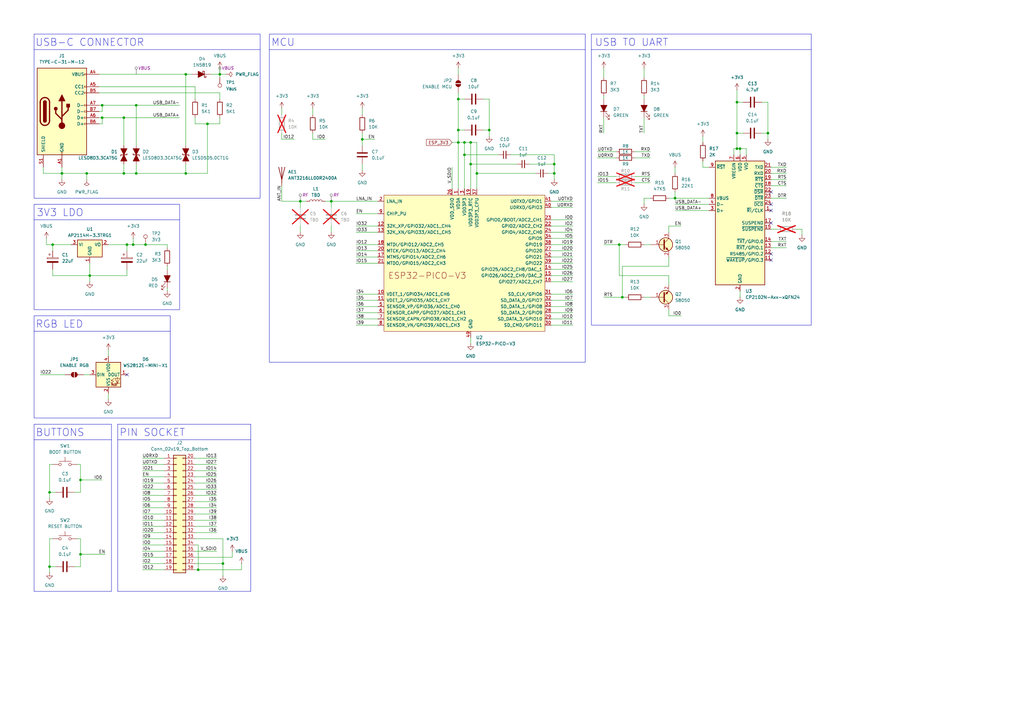
<source format=kicad_sch>
(kicad_sch (version 20231120) (generator "eeschema") (generator_version "8.0")
  (paper "A3")
  (lib_symbols
    (symbol "Connector:TestPoint" (pin_numbers hide) (pin_names (offset 0.762) hide)
      (property "Reference" "TP" (at 0 6.858 0))
      (property "Value" "TestPoint" (at 0 5.08 0))
      (symbol "TestPoint_1_1"
        (pin passive line (at 0 0 90) (length 2.54) (name "1") (number "1"))
      )
    )
    (symbol "Connector:USB_C_Receptacle_USB2.0_14P" (pin_names (offset 1.016))
      (property "Reference" "J" (at 0 22.225 0))
      (property "Value" "USB_C_Receptacle_USB2.0_14P" (at 0 19.685 0))
      (symbol "USB_C_Receptacle_USB2.0_14P_1_1"
        (pin passive line (at 0 -22.86 90) (length 5.08) (name "GND") (number "A1"))
        (pin passive line (at 0 -22.86 90) (length 5.08) hide (name "GND") (number "A12"))
        (pin passive line (at 15.24 15.24 180) (length 5.08) (name "VBUS") (number "A4"))
        (pin bidirectional line (at 15.24 10.16 180) (length 5.08) (name "CC1") (number "A5"))
        (pin bidirectional line (at 15.24 -2.54 180) (length 5.08) (name "D+") (number "A6"))
        (pin bidirectional line (at 15.24 2.54 180) (length 5.08) (name "D-") (number "A7"))
        (pin passive line (at 15.24 15.24 180) (length 5.08) hide (name "VBUS") (number "A9"))
        (pin passive line (at 0 -22.86 90) (length 5.08) hide (name "GND") (number "B1"))
        (pin passive line (at 0 -22.86 90) (length 5.08) hide (name "GND") (number "B12"))
        (pin passive line (at 15.24 15.24 180) (length 5.08) hide (name "VBUS") (number "B4"))
        (pin bidirectional line (at 15.24 7.62 180) (length 5.08) (name "CC2") (number "B5"))
        (pin bidirectional line (at 15.24 -5.08 180) (length 5.08) (name "D+") (number "B6"))
        (pin bidirectional line (at 15.24 0 180) (length 5.08) (name "D-") (number "B7"))
        (pin passive line (at 15.24 15.24 180) (length 5.08) hide (name "VBUS") (number "B9"))
        (pin passive line (at -7.62 -22.86 90) (length 5.08) (name "SHIELD") (number "S1"))
      )
    )
    (symbol "Connector_Generic:Conn_02x19_Top_Bottom" (pin_names (offset 1.016) hide)
      (property "Reference" "J" (at 1.27 25.4 0))
      (property "Value" "Conn_02x19_Top_Bottom" (at 1.27 -25.4 0))
      (symbol "Conn_02x19_Top_Bottom_1_1"
        (pin passive line (at -5.08 22.86 0) (length 3.81) (name "Pin_1") (number "1"))
        (pin passive line (at -5.08 0 0) (length 3.81) (name "Pin_10") (number "10"))
        (pin passive line (at -5.08 -2.54 0) (length 3.81) (name "Pin_11") (number "11"))
        (pin passive line (at -5.08 -5.08 0) (length 3.81) (name "Pin_12") (number "12"))
        (pin passive line (at -5.08 -7.62 0) (length 3.81) (name "Pin_13") (number "13"))
        (pin passive line (at -5.08 -10.16 0) (length 3.81) (name "Pin_14") (number "14"))
        (pin passive line (at -5.08 -12.7 0) (length 3.81) (name "Pin_15") (number "15"))
        (pin passive line (at -5.08 -15.24 0) (length 3.81) (name "Pin_16") (number "16"))
        (pin passive line (at -5.08 -17.78 0) (length 3.81) (name "Pin_17") (number "17"))
        (pin passive line (at -5.08 -20.32 0) (length 3.81) (name "Pin_18") (number "18"))
        (pin passive line (at -5.08 -22.86 0) (length 3.81) (name "Pin_19") (number "19"))
        (pin passive line (at -5.08 20.32 0) (length 3.81) (name "Pin_2") (number "2"))
        (pin passive line (at 7.62 22.86 180) (length 3.81) (name "Pin_20") (number "20"))
        (pin passive line (at 7.62 20.32 180) (length 3.81) (name "Pin_21") (number "21"))
        (pin passive line (at 7.62 17.78 180) (length 3.81) (name "Pin_22") (number "22"))
        (pin passive line (at 7.62 15.24 180) (length 3.81) (name "Pin_23") (number "23"))
        (pin passive line (at 7.62 12.7 180) (length 3.81) (name "Pin_24") (number "24"))
        (pin passive line (at 7.62 10.16 180) (length 3.81) (name "Pin_25") (number "25"))
        (pin passive line (at 7.62 7.62 180) (length 3.81) (name "Pin_26") (number "26"))
        (pin passive line (at 7.62 5.08 180) (length 3.81) (name "Pin_27") (number "27"))
        (pin passive line (at 7.62 2.54 180) (length 3.81) (name "Pin_28") (number "28"))
        (pin passive line (at 7.62 0 180) (length 3.81) (name "Pin_29") (number "29"))
        (pin passive line (at -5.08 17.78 0) (length 3.81) (name "Pin_3") (number "3"))
        (pin passive line (at 7.62 -2.54 180) (length 3.81) (name "Pin_30") (number "30"))
        (pin passive line (at 7.62 -5.08 180) (length 3.81) (name "Pin_31") (number "31"))
        (pin passive line (at 7.62 -7.62 180) (length 3.81) (name "Pin_32") (number "32"))
        (pin passive line (at 7.62 -10.16 180) (length 3.81) (name "Pin_33") (number "33"))
        (pin passive line (at 7.62 -12.7 180) (length 3.81) (name "Pin_34") (number "34"))
        (pin passive line (at 7.62 -15.24 180) (length 3.81) (name "Pin_35") (number "35"))
        (pin passive line (at 7.62 -17.78 180) (length 3.81) (name "Pin_36") (number "36"))
        (pin passive line (at 7.62 -20.32 180) (length 3.81) (name "Pin_37") (number "37"))
        (pin passive line (at 7.62 -22.86 180) (length 3.81) (name "Pin_38") (number "38"))
        (pin passive line (at -5.08 15.24 0) (length 3.81) (name "Pin_4") (number "4"))
        (pin passive line (at -5.08 12.7 0) (length 3.81) (name "Pin_5") (number "5"))
        (pin passive line (at -5.08 10.16 0) (length 3.81) (name "Pin_6") (number "6"))
        (pin passive line (at -5.08 7.62 0) (length 3.81) (name "Pin_7") (number "7"))
        (pin passive line (at -5.08 5.08 0) (length 3.81) (name "Pin_8") (number "8"))
        (pin passive line (at -5.08 2.54 0) (length 3.81) (name "Pin_9") (number "9"))
      )
    )
    (symbol "Device:Antenna" (pin_numbers hide) (pin_names (offset 1.016) hide)
      (property "Reference" "AE" (at -1.905 1.905 0))
      (property "Value" "Antenna" (at -1.905 0 0))
      (symbol "Antenna_1_1"
        (pin input line (at 0 -5.08 90) (length 2.54) (name "A") (number "1"))
      )
    )
    (symbol "Device:C" (pin_numbers hide) (pin_names (offset 0.254))
      (property "Reference" "C" (at 0.635 2.54 0))
      (property "Value" "C" (at 0.635 -2.54 0))
      (symbol "C_1_1"
        (pin passive line (at 0 3.81 270) (length 2.794) (name "~") (number "1"))
        (pin passive line (at 0 -3.81 90) (length 2.794) (name "~") (number "2"))
      )
    )
    (symbol "Device:C_Polarized" (pin_numbers hide) (pin_names (offset 0.254))
      (property "Reference" "C" (at 0.635 2.54 0))
      (property "Value" "C_Polarized" (at 0.635 -2.54 0))
      (symbol "C_Polarized_1_1"
        (pin passive line (at 0 3.81 270) (length 2.794) (name "~") (number "1"))
        (pin passive line (at 0 -3.81 90) (length 2.794) (name "~") (number "2"))
      )
    )
    (symbol "Device:C_Small" (pin_numbers hide) (pin_names (offset 0.254) hide)
      (property "Reference" "C" (at 0.254 1.778 0))
      (property "Value" "C_Small" (at 0.254 -2.032 0))
      (symbol "C_Small_1_1"
        (pin passive line (at 0 2.54 270) (length 2.032) (name "~") (number "1"))
        (pin passive line (at 0 -2.54 90) (length 2.032) (name "~") (number "2"))
      )
    )
    (symbol "Device:D_TVS_Filled" (pin_numbers hide) (pin_names (offset 1.016) hide)
      (property "Reference" "D" (at 0 2.54 0))
      (property "Value" "D_TVS_Filled" (at 0 -2.54 0))
      (symbol "D_TVS_Filled_1_1"
        (pin passive line (at -3.81 0 0) (length 2.54) (name "A1") (number "1"))
        (pin passive line (at 3.81 0 180) (length 2.54) (name "A2") (number "2"))
      )
    )
    (symbol "Device:L" (pin_numbers hide) (pin_names (offset 1.016) hide)
      (property "Reference" "L" (at -1.27 0 90))
      (property "Value" "L" (at 1.905 0 90))
      (symbol "L_1_1"
        (pin passive line (at 0 3.81 270) (length 1.27) (name "1") (number "1"))
        (pin passive line (at 0 -3.81 90) (length 1.27) (name "2") (number "2"))
      )
    )
    (symbol "Device:LED_Filled" (pin_numbers hide) (pin_names (offset 1.016) hide)
      (property "Reference" "D" (at 0 2.54 0))
      (property "Value" "LED_Filled" (at 0 -2.54 0))
      (symbol "LED_Filled_1_1"
        (pin passive line (at -3.81 0 0) (length 2.54) (name "K") (number "1"))
        (pin passive line (at 3.81 0 180) (length 2.54) (name "A") (number "2"))
      )
    )
    (symbol "Device:R" (pin_numbers hide) (pin_names (offset 0))
      (property "Reference" "R" (at 2.032 0 90))
      (property "Value" "R" (at 0 0 90))
      (symbol "R_1_1"
        (pin passive line (at 0 3.81 270) (length 1.27) (name "~") (number "1"))
        (pin passive line (at 0 -3.81 90) (length 1.27) (name "~") (number "2"))
      )
    )
    (symbol "Diode_Schottky_AKL:1N5819" (pin_numbers hide) (pin_names (offset 1.016) hide)
      (property "Reference" "D" (at 0 5.08 0))
      (property "Value" "1N5819" (at 0 2.54 0))
      (symbol "1N5819_1_1"
        (pin passive line (at 3.81 0 180) (length 2.54) (name "K") (number "1"))
        (pin passive line (at -3.81 0 0) (length 2.54) (name "A") (number "2"))
      )
    )
    (symbol "Espressif:ESP32-PICO-V3" (pin_names (offset 1.016))
      (property "Reference" "U" (at -33.02 33.02 0))
      (property "Value" "ESP32-PICO-V3" (at -33.02 30.48 0))
      (symbol "ESP32-PICO-V3_0_0"
        (text "ESP32-PICO-V3" (at -15.24 -5.08 0) (effects (font (size 2.54 2.54))))
      )
      (symbol "ESP32-PICO-V3_1_1"
        (pin power_in line (at -2.54 30.48 270) (length 2.54) (name "VDDA") (number "1"))
        (pin input line (at -35.56 -12.7 0) (length 2.54) (name "VDET_1/GPIO34/ADC1_CH6") (number "10"))
        (pin input line (at -35.56 -15.24 0) (length 2.54) (name "VDET_2/GPIO35/ADC1_CH7") (number "11"))
        (pin bidirectional line (at -35.56 15.24 0) (length 2.54) (name "32K_XP/GPIO32/ADC1_CH4") (number "12"))
        (pin bidirectional line (at -35.56 12.7 0) (length 2.54) (name "32K_XN/GPIO33/ADC1_CH5") (number "13"))
        (pin bidirectional line (at 35.56 -2.54 180) (length 2.54) (name "GPIO25/ADC2_CH8/DAC_1") (number "14"))
        (pin bidirectional line (at 35.56 -5.08 180) (length 2.54) (name "GPIO26/ADC2_CH9/DAC_2") (number "15"))
        (pin bidirectional line (at 35.56 -7.62 180) (length 2.54) (name "GPIO27/ADC2_CH7") (number "16"))
        (pin bidirectional line (at -35.56 2.54 0) (length 2.54) (name "MTMS/GPIO14/ADC2_CH6") (number "17"))
        (pin bidirectional line (at -35.56 7.62 0) (length 2.54) (name "MTDI/GPIO12/ADC2_CH5") (number "18"))
        (pin power_in line (at 2.54 30.48 270) (length 2.54) (name "VDD3P3_RTC") (number "19"))
        (pin bidirectional line (at -35.56 25.4 0) (length 2.54) (name "LNA_IN") (number "2"))
        (pin bidirectional line (at -35.56 5.08 0) (length 2.54) (name "MTCK/GPIO13/ADC2_CH4") (number "20"))
        (pin bidirectional line (at -35.56 0 0) (length 2.54) (name "MTDO/GPIO15/ADC2_CH3") (number "21"))
        (pin bidirectional line (at 35.56 15.24 180) (length 2.54) (name "GPIO2/ADC2_CH2") (number "22"))
        (pin bidirectional line (at 35.56 17.78 180) (length 2.54) (name "GPIO0/BOOT/ADC2_CH1") (number "23"))
        (pin bidirectional line (at 35.56 12.7 180) (length 2.54) (name "GPIO4/ADC2_CH0") (number "24"))
        (pin power_out line (at -5.08 30.48 270) (length 2.54) (name "VDD_SDIO") (number "26"))
        (pin bidirectional line (at 35.56 5.08 180) (length 2.54) (name "GPIO20") (number "27"))
        (pin bidirectional line (at 35.56 -20.32 180) (length 2.54) (name "SD_DATA_2/GPIO9") (number "28"))
        (pin bidirectional line (at 35.56 -22.86 180) (length 2.54) (name "SD_DATA_3/GPIO10") (number "29"))
        (pin power_in line (at 0 30.48 270) (length 2.54) (name "VDD3P3") (number "3"))
        (pin bidirectional line (at 35.56 -25.4 180) (length 2.54) (name "SD_CMD/GPIO11") (number "30"))
        (pin bidirectional line (at 35.56 -12.7 180) (length 2.54) (name "SD_CLK/GPIO6") (number "31"))
        (pin bidirectional line (at 35.56 -15.24 180) (length 2.54) (name "SD_DATA_0/GPIO7") (number "32"))
        (pin bidirectional line (at 35.56 -17.78 180) (length 2.54) (name "SD_DATA_1/GPIO8") (number "33"))
        (pin bidirectional line (at 35.56 10.16 180) (length 2.54) (name "GPIO5") (number "34"))
        (pin power_in line (at 5.08 30.48 270) (length 2.54) (name "VDD3P3_CPU") (number "37"))
        (pin bidirectional line (at 35.56 7.62 180) (length 2.54) (name "GPIO19") (number "38"))
        (pin bidirectional line (at 35.56 0 180) (length 2.54) (name "GPIO22") (number "39"))
        (pin passive line (at 0 30.48 270) (length 2.54) hide (name "VDD3P3") (number "4"))
        (pin bidirectional line (at 35.56 22.86 180) (length 2.54) (name "U0RXD/GPIO3") (number "40"))
        (pin bidirectional line (at 35.56 25.4 180) (length 2.54) (name "U0TXD/GPIO1") (number "41"))
        (pin bidirectional line (at 35.56 2.54 180) (length 2.54) (name "GPIO21") (number "42"))
        (pin passive line (at -2.54 30.48 270) (length 2.54) hide (name "VDDA") (number "43"))
        (pin passive line (at -2.54 30.48 270) (length 2.54) hide (name "VDDA") (number "46"))
        (pin power_in line (at 2.54 -30.48 90) (length 2.54) (name "GND") (number "49"))
        (pin input line (at -35.56 -17.78 0) (length 2.54) (name "SENSOR_VP/GPIO36/ADC1_CH0") (number "5"))
        (pin input line (at -35.56 -20.32 0) (length 2.54) (name "SENSOR_CAPP/GPIO37/ADC1_CH1") (number "6"))
        (pin input line (at -35.56 -22.86 0) (length 2.54) (name "SENSOR_CAPN/GPIO38/ADC1_CH2") (number "7"))
        (pin input line (at -35.56 -25.4 0) (length 2.54) (name "SENSOR_VN/GPIO39/ADC1_CH3") (number "8"))
        (pin input line (at -35.56 20.32 0) (length 2.54) (name "CHIP_PU") (number "9"))
      )
    )
    (symbol "GND_4" (power) (pin_numbers hide) (pin_names (offset 0) hide)
      (property "Value" "GND" (at 0 -3.81 0))
      (symbol "GND_4_1_1"
        (pin power_in line (at 0 0 270) (length 0) (name "~") (number "1"))
      )
    )
    (symbol "GND_5" (power) (pin_numbers hide) (pin_names (offset 0) hide)
      (property "Value" "GND" (at 0 -3.81 0))
      (symbol "GND_5_1_1"
        (pin power_in line (at 0 0 270) (length 0) (name "~") (number "1"))
      )
    )
    (symbol "GND_6" (power) (pin_numbers hide) (pin_names (offset 0) hide)
      (property "Value" "GND" (at 0 -3.81 0))
      (symbol "GND_6_1_1"
        (pin power_in line (at 0 0 270) (length 0) (name "~") (number "1"))
      )
    )
    (symbol "GND_7" (power) (pin_numbers hide) (pin_names (offset 0) hide)
      (property "Value" "GND" (at 0 -3.81 0))
      (symbol "GND_7_1_1"
        (pin power_in line (at 0 0 270) (length 0) (name "~") (number "1"))
      )
    )
    (symbol "Interface_USB:CP2102N-Axx-xQFN24"
      (property "Reference" "U" (at -8.89 26.67 0))
      (property "Value" "CP2102N-Axx-xQFN24" (at 13.97 26.67 0))
      (symbol "CP2102N-Axx-xQFN24_1_1"
        (pin bidirectional line (at 12.7 5.08 180) (length 2.54) (name "~{RI}/CLK") (number "1"))
        (pin no_connect line (at -10.16 -22.86 0) (length 2.54) hide (name "NC") (number "10"))
        (pin bidirectional line (at 12.7 -15.24 180) (length 2.54) (name "~{WAKEUP}/GPIO.3") (number "11"))
        (pin bidirectional line (at 12.7 -12.7 180) (length 2.54) (name "RS485/GPIO.2") (number "12"))
        (pin bidirectional line (at 12.7 -10.16 180) (length 2.54) (name "~{RXT}/GPIO.1") (number "13"))
        (pin bidirectional line (at 12.7 -7.62 180) (length 2.54) (name "~{TXT}/GPIO.0") (number "14"))
        (pin output line (at 12.7 -2.54 180) (length 2.54) (name "~{SUSPEND}") (number "15"))
        (pin no_connect line (at 10.16 -22.86 180) (length 2.54) hide (name "NC") (number "16"))
        (pin output line (at 12.7 0 180) (length 2.54) (name "SUSPEND") (number "17"))
        (pin input line (at 12.7 15.24 180) (length 2.54) (name "~{CTS}") (number "18"))
        (pin output line (at 12.7 17.78 180) (length 2.54) (name "~{RTS}") (number "19"))
        (pin power_in line (at 0 -27.94 90) (length 2.54) (name "GND") (number "2"))
        (pin input line (at 12.7 20.32 180) (length 2.54) (name "RXD") (number "20"))
        (pin output line (at 12.7 22.86 180) (length 2.54) (name "TXD") (number "21"))
        (pin input line (at 12.7 12.7 180) (length 2.54) (name "~{DSR}") (number "22"))
        (pin output line (at 12.7 10.16 180) (length 2.54) (name "~{DTR}") (number "23"))
        (pin input line (at 12.7 7.62 180) (length 2.54) (name "~{DCD}") (number "24"))
        (pin passive line (at 0 -27.94 90) (length 2.54) hide (name "GND") (number "25"))
        (pin bidirectional line (at -12.7 5.08 0) (length 2.54) (name "D+") (number "3"))
        (pin bidirectional line (at -12.7 7.62 0) (length 2.54) (name "D-") (number "4"))
        (pin power_in line (at 2.54 27.94 270) (length 2.54) (name "VIO") (number "5"))
        (pin power_in line (at 0 27.94 270) (length 2.54) (name "VDD") (number "6"))
        (pin power_in line (at -2.54 27.94 270) (length 2.54) (name "VREGIN") (number "7"))
        (pin input line (at -12.7 10.16 0) (length 2.54) (name "VBUS") (number "8"))
        (pin input line (at -12.7 22.86 0) (length 2.54) (name "~{RST}") (number "9"))
      )
    )
    (symbol "Jumper:SolderJumper_2_Open" (pin_numbers hide) (pin_names (offset 0) hide) (exclude_from_sim yes) (in_bom no)
      (property "Reference" "JP" (at 0 2.032 0))
      (property "Value" "SolderJumper_2_Open" (at 0 -2.54 0))
      (symbol "SolderJumper_2_Open_1_1"
        (pin passive line (at -3.81 0 0) (length 2.54) (name "A") (number "1"))
        (pin passive line (at 3.81 0 180) (length 2.54) (name "B") (number "2"))
      )
    )
    (symbol "LED:SK6812MINI" (pin_names (offset 0.254))
      (property "Reference" "D" (at 5.08 5.715 0))
      (property "Value" "SK6812MINI" (at 1.27 -5.715 0))
      (symbol "SK6812MINI_0_0"
        (text "RGB" (at 2.286 -4.191 0) (effects (font (size 0.762 0.762))))
      )
      (symbol "SK6812MINI_1_1"
        (pin output line (at 7.62 0 180) (length 2.54) (name "DOUT") (number "1"))
        (pin power_in line (at 0 -7.62 90) (length 2.54) (name "VSS") (number "2"))
        (pin input line (at -7.62 0 0) (length 2.54) (name "DIN") (number "3"))
        (pin power_in line (at 0 7.62 270) (length 2.54) (name "VDD") (number "4"))
      )
    )
    (symbol "Regulator_Linear:AMS1117-3.3"
      (property "Reference" "U" (at -3.81 3.175 0))
      (property "Value" "AMS1117-3.3" (at 0 3.175 0))
      (symbol "AMS1117-3.3_1_1"
        (pin power_in line (at 0 -7.62 90) (length 2.54) (name "GND") (number "1"))
        (pin power_out line (at 7.62 0 180) (length 2.54) (name "VO") (number "2"))
        (pin power_in line (at -7.62 0 0) (length 2.54) (name "VI") (number "3"))
      )
    )
    (symbol "Switch:SW_Push" (pin_numbers hide) (pin_names (offset 1.016) hide)
      (property "Reference" "SW" (at 1.27 2.54 0))
      (property "Value" "SW_Push" (at 0 -1.524 0))
      (symbol "SW_Push_0_1"
        (pin passive line (at -5.08 0 0) (length 2.54) (name "1") (number "1"))
        (pin passive line (at 5.08 0 180) (length 2.54) (name "2") (number "2"))
      )
    )
    (symbol "Transistor_BJT_AKL:MMSS8050" (pin_names hide)
      (property "Reference" "Q" (at 5.08 1.27 0))
      (property "Value" "MMSS8050" (at 5.08 -1.27 0))
      (symbol "MMSS8050_1_1"
        (pin input line (at -5.08 0 0) (length 5.715) (name "B") (number "1"))
        (pin passive line (at 2.54 -5.08 90) (length 2.54) (name "E") (number "2"))
        (pin passive line (at 2.54 5.08 270) (length 2.54) (name "C") (number "3"))
      )
    )
    (symbol "power:+3V3" (power) (pin_numbers hide) (pin_names (offset 0) hide)
      (property "Value" "+3V3" (at 0 3.556 0))
      (symbol "+3V3_1_1"
        (pin power_in line (at 0 0 90) (length 0) (name "~") (number "1"))
      )
    )
    (symbol "power:GND" (power) (pin_numbers hide) (pin_names (offset 0) hide)
      (property "Value" "GND" (at 0 -3.81 0))
      (symbol "GND_1_1"
        (pin power_in line (at 0 0 270) (length 0) (name "~") (number "1"))
      )
    )
    (symbol "power:PWR_FLAG" (power) (pin_numbers hide) (pin_names (offset 0) hide)
      (property "Value" "PWR_FLAG" (at 0 3.81 0))
      (symbol "PWR_FLAG_0_0"
        (pin power_out line (at 0 0 90) (length 0) (name "~") (number "1"))
      )
    )
    (symbol "power:VBUS" (power) (pin_numbers hide) (pin_names (offset 0) hide)
      (property "Value" "VBUS" (at 0 3.556 0))
      (symbol "VBUS_1_1"
        (pin power_in line (at 0 0 90) (length 0) (name "~") (number "1"))
      )
    )
  )
  (junction (at 50.8 48.26))
  (junction (at 20.32 201.93))
  (junction (at 52.07 100.33))
  (junction (at 276.86 81.28))
  (junction (at 193.04 67.31))
  (junction (at 187.96 58.42))
  (junction (at 227.33 71.12))
  (junction (at 59.69 100.33))
  (junction (at 55.88 43.18))
  (junction (at 254 100.33))
  (junction (at 302.26 54.61))
  (junction (at 20.32 232.41))
  (junction (at 41.91 43.18))
  (junction (at 76.2 30.48))
  (junction (at 303.53 60.96))
  (junction (at 200.66 53.34))
  (junction (at 25.4 71.12))
  (junction (at 76.2 71.12))
  (junction (at 81.28 233.68))
  (junction (at 314.96 54.61))
  (junction (at 135.89 82.55))
  (junction (at 50.8 71.12))
  (junction (at 41.91 48.26))
  (junction (at 21.59 100.33))
  (junction (at 187.96 53.34))
  (junction (at 148.59 57.15))
  (junction (at 190.5 58.42))
  (junction (at 55.88 71.12))
  (junction (at 193.04 58.42))
  (junction (at 36.83 113.03))
  (junction (at 35.56 71.12))
  (junction (at 54.61 100.33))
  (junction (at 302.26 41.91))
  (junction (at 90.17 30.48))
  (junction (at 302.26 60.96))
  (junction (at 227.33 67.31))
  (junction (at 85.09 50.8))
  (junction (at 190.5 63.5))
  (junction (at 255.27 121.92))
  (junction (at 187.96 40.64))
  (junction (at 33.02 196.85))
  (junction (at 91.44 231.14))
  (junction (at 123.19 82.55))
  (junction (at 33.02 227.33))
  (junction (at 195.58 71.12))
  (no_connect (at 316.23 83.82))
  (no_connect (at 316.23 104.14))
  (no_connect (at 316.23 78.74))
  (no_connect (at 316.23 106.68))
  (no_connect (at 52.07 153.67))
  (no_connect (at 316.23 91.44))
  (no_connect (at 316.23 86.36))
  (wire (pts (xy 254 100.33) (xy 256.54 100.33)))
  (wire (pts (xy 187.96 53.34) (xy 187.96 58.42)))
  (wire (pts (xy 226.06 115.57) (xy 234.95 115.57)))
  (wire (pts (xy 314.96 41.91) (xy 314.96 54.61)))
  (wire (pts (xy 227.33 63.5) (xy 227.33 67.31)))
  (wire (pts (xy 80.01 213.36) (xy 88.9 213.36)))
  (wire (pts (xy 187.96 53.34) (xy 190.5 53.34)))
  (wire (pts (xy 58.42 233.68) (xy 67.31 233.68)))
  (wire (pts (xy 316.23 71.12) (xy 322.58 71.12)))
  (wire (pts (xy 193.04 67.31) (xy 193.04 77.47)))
  (wire (pts (xy 90.17 50.8) (xy 90.17 48.26)))
  (wire (pts (xy 85.09 71.12) (xy 85.09 50.8)))
  (wire (pts (xy 123.19 82.55) (xy 125.73 82.55)))
  (wire (pts (xy 20.32 204.47) (xy 20.32 201.93)))
  (wire (pts (xy 274.32 92.71) (xy 274.32 95.25)))
  (wire (pts (xy 86.36 30.48) (xy 90.17 30.48)))
  (wire (pts (xy 195.58 71.12) (xy 195.58 77.47)))
  (wire (pts (xy 146.05 133.35) (xy 154.94 133.35)))
  (wire (pts (xy 25.4 68.58) (xy 25.4 71.12)))
  (wire (pts (xy 67.31 220.98) (xy 58.42 220.98)))
  (wire (pts (xy 21.59 110.49) (xy 21.59 113.03)))
  (wire (pts (xy 316.23 101.6) (xy 322.58 101.6)))
  (wire (pts (xy 90.17 30.48) (xy 92.71 30.48)))
  (wire (pts (xy 326.39 93.98) (xy 328.93 93.98)))
  (wire (pts (xy 274.32 113.03) (xy 254 113.03)))
  (wire (pts (xy 226.06 107.95) (xy 234.95 107.95)))
  (wire (pts (xy 19.05 97.79) (xy 19.05 100.33)))
  (wire (pts (xy 316.23 93.98) (xy 318.77 93.98)))
  (wire (pts (xy 52.07 102.87) (xy 52.07 100.33)))
  (wire (pts (xy 88.9 193.04) (xy 80.01 193.04)))
  (wire (pts (xy 226.06 133.35) (xy 234.95 133.35)))
  (wire (pts (xy 88.9 226.06) (xy 80.01 226.06)))
  (wire (pts (xy 245.11 62.23) (xy 252.73 62.23)))
  (wire (pts (xy 55.88 43.18) (xy 73.66 43.18)))
  (wire (pts (xy 226.06 123.19) (xy 234.95 123.19)))
  (polyline (pts (xy 13.97 135.89) (xy 69.85 135.89)))
  (wire (pts (xy 193.04 58.42) (xy 190.5 58.42)))
  (wire (pts (xy 67.31 203.2) (xy 58.42 203.2)))
  (wire (pts (xy 115.57 82.55) (xy 123.19 82.55)))
  (wire (pts (xy 76.2 71.12) (xy 85.09 71.12)))
  (wire (pts (xy 328.93 93.98) (xy 328.93 96.52)))
  (wire (pts (xy 88.9 210.82) (xy 80.01 210.82)))
  (polyline (pts (xy 48.26 180.34) (xy 102.87 180.34)))
  (wire (pts (xy 30.48 201.93) (xy 33.02 201.93)))
  (wire (pts (xy 227.33 71.12) (xy 227.33 73.66)))
  (wire (pts (xy 88.9 203.2) (xy 80.01 203.2)))
  (wire (pts (xy 80.01 218.44) (xy 88.9 218.44)))
  (wire (pts (xy 200.66 40.64) (xy 200.66 53.34)))
  (wire (pts (xy 264.16 40.64) (xy 264.16 39.37)))
  (wire (pts (xy 227.33 67.31) (xy 227.33 71.12)))
  (wire (pts (xy 40.64 30.48) (xy 76.2 30.48)))
  (wire (pts (xy 264.16 100.33) (xy 266.7 100.33)))
  (wire (pts (xy 190.5 63.5) (xy 190.5 77.47)))
  (wire (pts (xy 316.23 73.66) (xy 322.58 73.66)))
  (wire (pts (xy 306.07 60.96) (xy 303.53 60.96)))
  (polyline (pts (xy 13.97 180.34) (xy 45.72 180.34)))
  (wire (pts (xy 52.07 100.33) (xy 44.45 100.33)))
  (wire (pts (xy 21.59 113.03) (xy 36.83 113.03)))
  (wire (pts (xy 264.16 81.28) (xy 264.16 83.82)))
  (wire (pts (xy 55.88 43.18) (xy 55.88 59.69)))
  (polyline (pts (xy 13.97 90.17) (xy 73.66 90.17)))
  (wire (pts (xy 50.8 48.26) (xy 50.8 59.69)))
  (wire (pts (xy 88.9 198.12) (xy 80.01 198.12)))
  (wire (pts (xy 67.31 198.12) (xy 58.42 198.12)))
  (wire (pts (xy 76.2 30.48) (xy 76.2 59.69)))
  (wire (pts (xy 187.96 38.1) (xy 187.96 40.64)))
  (wire (pts (xy 276.86 78.74) (xy 276.86 81.28)))
  (wire (pts (xy 95.25 226.06) (xy 95.25 228.6)))
  (wire (pts (xy 148.59 44.45) (xy 148.59 46.99)))
  (wire (pts (xy 41.91 48.26) (xy 50.8 48.26)))
  (wire (pts (xy 276.86 83.82) (xy 290.83 83.82)))
  (wire (pts (xy 80.01 215.9) (xy 88.9 215.9)))
  (wire (pts (xy 20.32 220.98) (xy 20.32 232.41)))
  (wire (pts (xy 128.27 57.15) (xy 128.27 54.61)))
  (wire (pts (xy 276.86 68.58) (xy 276.86 71.12)))
  (wire (pts (xy 185.42 58.42) (xy 187.96 58.42)))
  (wire (pts (xy 302.26 54.61) (xy 304.8 54.61)))
  (wire (pts (xy 41.91 45.72) (xy 41.91 43.18)))
  (wire (pts (xy 88.9 187.96) (xy 80.01 187.96)))
  (wire (pts (xy 190.5 40.64) (xy 187.96 40.64)))
  (wire (pts (xy 146.05 130.81) (xy 154.94 130.81)))
  (wire (pts (xy 187.96 58.42) (xy 187.96 77.47)))
  (wire (pts (xy 200.66 55.88) (xy 200.66 53.34)))
  (wire (pts (xy 226.06 97.79) (xy 234.95 97.79)))
  (wire (pts (xy 245.11 64.77) (xy 252.73 64.77)))
  (wire (pts (xy 200.66 53.34) (xy 198.12 53.34)))
  (wire (pts (xy 33.02 196.85) (xy 41.91 196.85)))
  (wire (pts (xy 67.31 195.58) (xy 58.42 195.58)))
  (wire (pts (xy 40.64 38.1) (xy 90.17 38.1)))
  (wire (pts (xy 80.01 220.98) (xy 91.44 220.98)))
  (wire (pts (xy 76.2 67.31) (xy 76.2 71.12)))
  (wire (pts (xy 226.06 128.27) (xy 234.95 128.27)))
  (wire (pts (xy 16.51 153.67) (xy 26.67 153.67)))
  (wire (pts (xy 90.17 38.1) (xy 90.17 40.64)))
  (wire (pts (xy 255.27 121.92) (xy 256.54 121.92)))
  (wire (pts (xy 264.16 121.92) (xy 266.7 121.92)))
  (wire (pts (xy 40.64 48.26) (xy 41.91 48.26)))
  (wire (pts (xy 54.61 100.33) (xy 52.07 100.33)))
  (wire (pts (xy 80.01 205.74) (xy 88.9 205.74)))
  (wire (pts (xy 146.05 107.95) (xy 154.94 107.95)))
  (wire (pts (xy 302.26 36.83) (xy 302.26 41.91)))
  (wire (pts (xy 187.96 27.94) (xy 187.96 30.48)))
  (wire (pts (xy 226.06 102.87) (xy 234.95 102.87)))
  (wire (pts (xy 21.59 100.33) (xy 21.59 102.87)))
  (wire (pts (xy 148.59 57.15) (xy 148.59 54.61)))
  (wire (pts (xy 316.23 68.58) (xy 322.58 68.58)))
  (wire (pts (xy 247.65 100.33) (xy 254 100.33)))
  (wire (pts (xy 120.65 57.15) (xy 115.57 57.15)))
  (wire (pts (xy 123.19 82.55) (xy 123.19 85.09)))
  (wire (pts (xy 226.06 82.55) (xy 234.95 82.55)))
  (wire (pts (xy 260.35 62.23) (xy 266.7 62.23)))
  (wire (pts (xy 33.02 201.93) (xy 33.02 196.85)))
  (wire (pts (xy 303.53 119.38) (xy 303.53 121.92)))
  (wire (pts (xy 185.42 68.58) (xy 185.42 77.47)))
  (wire (pts (xy 247.65 48.26) (xy 247.65 54.61)))
  (wire (pts (xy 209.55 63.5) (xy 227.33 63.5)))
  (wire (pts (xy 88.9 195.58) (xy 80.01 195.58)))
  (wire (pts (xy 303.53 60.96) (xy 302.26 60.96)))
  (wire (pts (xy 146.05 120.65) (xy 154.94 120.65)))
  (wire (pts (xy 50.8 48.26) (xy 73.66 48.26)))
  (wire (pts (xy 40.64 50.8) (xy 41.91 50.8)))
  (wire (pts (xy 58.42 231.14) (xy 67.31 231.14)))
  (wire (pts (xy 316.23 76.2) (xy 322.58 76.2)))
  (wire (pts (xy 195.58 58.42) (xy 195.58 71.12)))
  (wire (pts (xy 81.28 233.68) (xy 99.06 233.68)))
  (wire (pts (xy 58.42 223.52) (xy 67.31 223.52)))
  (wire (pts (xy 245.11 72.39) (xy 252.73 72.39)))
  (wire (pts (xy 33.02 227.33) (xy 43.18 227.33)))
  (wire (pts (xy 91.44 231.14) (xy 91.44 236.22)))
  (wire (pts (xy 146.05 87.63) (xy 154.94 87.63)))
  (wire (pts (xy 146.05 105.41) (xy 154.94 105.41)))
  (wire (pts (xy 266.7 81.28) (xy 264.16 81.28)))
  (polyline (pts (xy 13.97 20.32) (xy 106.68 20.32)))
  (wire (pts (xy 67.31 200.66) (xy 58.42 200.66)))
  (wire (pts (xy 254 113.03) (xy 254 100.33)))
  (wire (pts (xy 255.27 109.22) (xy 255.27 121.92)))
  (wire (pts (xy 85.09 50.8) (xy 80.01 50.8)))
  (wire (pts (xy 148.59 67.31) (xy 148.59 69.85)))
  (wire (pts (xy 314.96 54.61) (xy 312.42 54.61)))
  (wire (pts (xy 68.58 100.33) (xy 68.58 101.6)))
  (wire (pts (xy 226.06 95.25) (xy 234.95 95.25)))
  (wire (pts (xy 44.45 161.29) (xy 44.45 163.83)))
  (wire (pts (xy 288.29 66.04) (xy 288.29 68.58)))
  (wire (pts (xy 316.23 81.28) (xy 322.58 81.28)))
  (wire (pts (xy 41.91 43.18) (xy 55.88 43.18)))
  (wire (pts (xy 58.42 226.06) (xy 67.31 226.06)))
  (wire (pts (xy 17.78 68.58) (xy 17.78 71.12)))
  (wire (pts (xy 41.91 50.8) (xy 41.91 48.26)))
  (wire (pts (xy 90.17 50.8) (xy 85.09 50.8)))
  (wire (pts (xy 36.83 113.03) (xy 36.83 115.57)))
  (wire (pts (xy 274.32 105.41) (xy 274.32 109.22)))
  (wire (pts (xy 25.4 71.12) (xy 25.4 73.66)))
  (wire (pts (xy 226.06 90.17) (xy 234.95 90.17)))
  (wire (pts (xy 245.11 74.93) (xy 252.73 74.93)))
  (wire (pts (xy 146.05 123.19) (xy 154.94 123.19)))
  (wire (pts (xy 21.59 220.98) (xy 20.32 220.98)))
  (wire (pts (xy 91.44 220.98) (xy 91.44 231.14)))
  (wire (pts (xy 226.06 85.09) (xy 234.95 85.09)))
  (wire (pts (xy 135.89 82.55) (xy 154.94 82.55)))
  (wire (pts (xy 300.99 60.96) (xy 302.26 60.96)))
  (wire (pts (xy 29.21 100.33) (xy 21.59 100.33)))
  (wire (pts (xy 135.89 92.71) (xy 135.89 95.25)))
  (wire (pts (xy 67.31 205.74) (xy 58.42 205.74)))
  (wire (pts (xy 19.05 100.33) (xy 21.59 100.33)))
  (wire (pts (xy 146.05 102.87) (xy 154.94 102.87)))
  (wire (pts (xy 50.8 67.31) (xy 50.8 71.12)))
  (wire (pts (xy 80.01 208.28) (xy 88.9 208.28)))
  (wire (pts (xy 55.88 71.12) (xy 76.2 71.12)))
  (wire (pts (xy 135.89 85.09) (xy 135.89 82.55)))
  (wire (pts (xy 193.04 138.43) (xy 193.04 140.97)))
  (wire (pts (xy 59.69 100.33) (xy 68.58 100.33)))
  (wire (pts (xy 34.29 153.67) (xy 36.83 153.67)))
  (wire (pts (xy 133.35 57.15) (xy 128.27 57.15)))
  (wire (pts (xy 247.65 27.94) (xy 247.65 31.75)))
  (wire (pts (xy 20.32 190.5) (xy 20.32 201.93)))
  (wire (pts (xy 279.4 129.54) (xy 274.32 129.54)))
  (wire (pts (xy 312.42 41.91) (xy 314.96 41.91)))
  (wire (pts (xy 128.27 44.45) (xy 128.27 46.99)))
  (wire (pts (xy 31.75 220.98) (xy 33.02 220.98)))
  (wire (pts (xy 303.53 63.5) (xy 303.53 60.96)))
  (wire (pts (xy 198.12 40.64) (xy 200.66 40.64)))
  (wire (pts (xy 247.65 121.92) (xy 255.27 121.92)))
  (wire (pts (xy 80.01 35.56) (xy 80.01 40.64)))
  (wire (pts (xy 68.58 109.22) (xy 68.58 110.49)))
  (wire (pts (xy 146.05 100.33) (xy 154.94 100.33)))
  (wire (pts (xy 217.17 67.31) (xy 227.33 67.31)))
  (wire (pts (xy 146.05 95.25) (xy 154.94 95.25)))
  (wire (pts (xy 123.19 92.71) (xy 123.19 95.25)))
  (wire (pts (xy 226.06 92.71) (xy 234.95 92.71)))
  (polyline (pts (xy 242.57 20.32) (xy 332.74 20.32)))
  (wire (pts (xy 35.56 73.66) (xy 35.56 71.12)))
  (wire (pts (xy 20.32 234.95) (xy 20.32 232.41)))
  (wire (pts (xy 115.57 57.15) (xy 115.57 54.61)))
  (wire (pts (xy 35.56 71.12) (xy 50.8 71.12)))
  (wire (pts (xy 52.07 110.49) (xy 52.07 113.03)))
  (wire (pts (xy 304.8 41.91) (xy 302.26 41.91)))
  (wire (pts (xy 115.57 76.2) (xy 115.57 82.55)))
  (wire (pts (xy 146.05 92.71) (xy 154.94 92.71)))
  (wire (pts (xy 33.02 190.5) (xy 33.02 196.85)))
  (wire (pts (xy 67.31 210.82) (xy 58.42 210.82)))
  (wire (pts (xy 276.86 81.28) (xy 290.83 81.28)))
  (wire (pts (xy 50.8 71.12) (xy 55.88 71.12)))
  (wire (pts (xy 274.32 129.54) (xy 274.32 127)))
  (wire (pts (xy 193.04 58.42) (xy 193.04 67.31)))
  (wire (pts (xy 54.61 97.79) (xy 54.61 100.33)))
  (wire (pts (xy 21.59 190.5) (xy 20.32 190.5)))
  (wire (pts (xy 193.04 67.31) (xy 212.09 67.31)))
  (wire (pts (xy 81.28 223.52) (xy 81.28 233.68)))
  (wire (pts (xy 224.79 71.12) (xy 227.33 71.12)))
  (wire (pts (xy 33.02 220.98) (xy 33.02 227.33)))
  (wire (pts (xy 148.59 57.15) (xy 148.59 59.69)))
  (wire (pts (xy 190.5 58.42) (xy 187.96 58.42)))
  (wire (pts (xy 40.64 35.56) (xy 80.01 35.56)))
  (wire (pts (xy 274.32 109.22) (xy 255.27 109.22)))
  (wire (pts (xy 226.06 105.41) (xy 234.95 105.41)))
  (wire (pts (xy 274.32 81.28) (xy 276.86 81.28)))
  (wire (pts (xy 88.9 200.66) (xy 80.01 200.66)))
  (wire (pts (xy 68.58 118.11) (xy 68.58 119.38)))
  (wire (pts (xy 90.17 27.94) (xy 90.17 30.48)))
  (wire (pts (xy 264.16 48.26) (xy 264.16 54.61)))
  (wire (pts (xy 36.83 113.03) (xy 52.07 113.03)))
  (wire (pts (xy 146.05 125.73) (xy 154.94 125.73)))
  (wire (pts (xy 80.01 231.14) (xy 91.44 231.14)))
  (wire (pts (xy 300.99 63.5) (xy 300.99 60.96)))
  (wire (pts (xy 226.06 130.81) (xy 234.95 130.81)))
  (wire (pts (xy 135.89 82.55) (xy 133.35 82.55)))
  (wire (pts (xy 88.9 190.5) (xy 80.01 190.5)))
  (wire (pts (xy 17.78 71.12) (xy 25.4 71.12)))
  (polyline (pts (xy 110.49 20.32) (xy 240.03 20.32)))
  (wire (pts (xy 30.48 232.41) (xy 33.02 232.41)))
  (wire (pts (xy 58.42 228.6) (xy 67.31 228.6)))
  (wire (pts (xy 260.35 72.39) (xy 266.7 72.39)))
  (wire (pts (xy 306.07 63.5) (xy 306.07 60.96)))
  (wire (pts (xy 99.06 231.14) (xy 99.06 233.68)))
  (wire (pts (xy 80.01 50.8) (xy 80.01 48.26)))
  (wire (pts (xy 36.83 113.03) (xy 36.83 107.95)))
  (wire (pts (xy 55.88 67.31) (xy 55.88 71.12)))
  (wire (pts (xy 226.06 113.03) (xy 234.95 113.03)))
  (wire (pts (xy 226.06 110.49) (xy 234.95 110.49)))
  (wire (pts (xy 195.58 58.42) (xy 193.04 58.42)))
  (wire (pts (xy 314.96 57.15) (xy 314.96 54.61)))
  (wire (pts (xy 90.17 30.48) (xy 90.17 31.75)))
  (wire (pts (xy 81.28 233.68) (xy 80.01 233.68)))
  (wire (pts (xy 247.65 40.64) (xy 247.65 39.37)))
  (wire (pts (xy 190.5 63.5) (xy 190.5 58.42)))
  (wire (pts (xy 190.5 63.5) (xy 204.47 63.5)))
  (wire (pts (xy 288.29 55.88) (xy 288.29 58.42)))
  (wire (pts (xy 260.35 64.77) (xy 266.7 64.77)))
  (wire (pts (xy 40.64 43.18) (xy 41.91 43.18)))
  (wire (pts (xy 67.31 208.28) (xy 58.42 208.28)))
  (wire (pts (xy 264.16 27.94) (xy 264.16 31.75)))
  (wire (pts (xy 195.58 71.12) (xy 219.71 71.12)))
  (wire (pts (xy 187.96 40.64) (xy 187.96 53.34)))
  (wire (pts (xy 67.31 193.04) (xy 58.42 193.04)))
  (wire (pts (xy 67.31 218.44) (xy 58.42 218.44)))
  (wire (pts (xy 302.26 41.91) (xy 302.26 54.61)))
  (wire (pts (xy 226.06 125.73) (xy 234.95 125.73)))
  (wire (pts (xy 146.05 128.27) (xy 154.94 128.27)))
  (wire (pts (xy 20.32 201.93) (xy 22.86 201.93)))
  (wire (pts (xy 274.32 116.84) (xy 274.32 113.03)))
  (wire (pts (xy 288.29 68.58) (xy 290.83 68.58)))
  (wire (pts (xy 33.02 232.41) (xy 33.02 227.33)))
  (wire (pts (xy 95.25 228.6) (xy 80.01 228.6)))
  (wire (pts (xy 25.4 71.12) (xy 35.56 71.12)))
  (wire (pts (xy 316.23 99.06) (xy 322.58 99.06)))
  (wire (pts (xy 40.64 45.72) (xy 41.91 45.72)))
  (wire (pts (xy 226.06 120.65) (xy 234.95 120.65)))
  (wire (pts (xy 20.32 232.41) (xy 22.86 232.41)))
  (wire (pts (xy 31.75 190.5) (xy 33.02 190.5)))
  (wire (pts (xy 279.4 92.71) (xy 274.32 92.71)))
  (wire (pts (xy 260.35 74.93) (xy 266.7 74.93)))
  (wire (pts (xy 76.2 30.48) (xy 78.74 30.48)))
  (wire (pts (xy 67.31 190.5) (xy 58.42 190.5)))
  (wire (pts (xy 115.57 44.45) (xy 115.57 46.99)))
  (wire (pts (xy 153.67 57.15) (xy 148.59 57.15)))
  (wire (pts (xy 67.31 213.36) (xy 58.42 213.36)))
  (wire (pts (xy 67.31 187.96) (xy 58.42 187.96)))
  (wire (pts (xy 302.26 54.61) (xy 302.26 60.96)))
  (wire (pts (xy 80.01 223.52) (xy 81.28 223.52)))
  (wire (pts (xy 54.61 100.33) (xy 59.69 100.33)))
  (wire (pts (xy 226.06 100.33) (xy 234.95 100.33)))
  (wire (pts (xy 67.31 215.9) (xy 58.42 215.9)))
  (wire (pts (xy 44.45 143.51) (xy 44.45 146.05)))
  (wire (pts (xy 276.86 86.36) (xy 290.83 86.36)))
  (rectangle (start 13.97 173.99) (end 45.72 242.57))
  (rectangle (start 13.97 129.54) (end 69.85 171.45))
  (rectangle (start 110.49 13.97) (end 240.03 148.59))
  (rectangle (start 242.57 13.97) (end 332.74 133.35))
  (rectangle (start 13.97 13.97) (end 106.68 81.28))
  (rectangle (start 48.26 173.99) (end 102.87 242.57))
  (rectangle (start 13.97 83.82) (end 73.66 127))
  (text "RGB LED" (at 24.384 133.096 0) (effects (font (size 3 3))))
  (text "USB TO UART" (at 259.08 17.526 0) (effects (font (size 3 3))))
  (text "BUTTONS" (at 24.638 177.546 0) (effects (font (size 3 3))))
  (text "3V3 LDO" (at 24.638 87.376 0) (effects (font (size 3 3))))
  (text "MCU" (at 116.078 17.526 0) (effects (font (size 3 3))))
  (text "USB-C CONNECTOR" (at 36.83 17.526 0) (effects (font (size 3 3))))
  (text "PIN SOCKET" (at 62.484 177.546 0) (effects (font (size 3 3))))
  (label "IO9" (at 234.95 128.27 180))
  (label "IO26" (at 234.95 113.03 180))
  (label "V_SDIO" (at 185.42 68.58 270))
  (label "USB_DATA-" (at 276.86 83.82 0))
  (label "DTR" (at 322.58 81.28 180))
  (label "U0TXD" (at 234.95 82.55 180))
  (label "IO8" (at 234.95 125.73 180))
  (label "I34" (at 88.9 208.28 180))
  (label "IO13" (at 88.9 187.96 180))
  (label "RXD" (at 266.7 62.23 180))
  (label "IO22" (at 58.42 200.66 0))
  (label "IO6" (at 58.42 208.28 0))
  (label "IO19" (at 234.95 100.33 180))
  (label "IO21" (at 234.95 105.41 180))
  (label "I34" (at 146.05 120.65 0))
  (label "USB_DATA+" (at 73.66 48.26 180))
  (label "IO11" (at 58.42 215.9 0))
  (label "V_SDIO" (at 88.9 226.06 180))
  (label "IO2" (at 234.95 92.71 180))
  (label "IO0" (at 41.91 196.85 180))
  (label "TXD" (at 322.58 68.58 180))
  (label "RXT" (at 247.65 54.61 90))
  (label "IO14" (at 88.9 193.04 180))
  (label "I38" (at 88.9 213.36 180))
  (label "I35" (at 88.9 205.74 180))
  (label "IO15" (at 58.42 228.6 0))
  (label "U0RXD" (at 58.42 187.96 0))
  (label "IO12" (at 58.42 233.68 0))
  (label "IO9" (at 58.42 220.98 0))
  (label "I35" (at 146.05 123.19 0))
  (label "IO19" (at 58.42 198.12 0))
  (label "IO15" (at 245.11 74.93 0))
  (label "IO22" (at 16.51 153.67 0))
  (label "I39" (at 146.05 133.35 0))
  (label "IO20" (at 234.95 102.87 180))
  (label "IO12" (at 146.05 100.33 0))
  (label "IO10" (at 58.42 213.36 0))
  (label "I39" (at 88.9 210.82 180))
  (label "LNA_IN" (at 146.05 82.55 0))
  (label "IO7" (at 234.95 123.19 180))
  (label "IO25" (at 234.95 110.49 180))
  (label "IO27" (at 88.9 190.5 180))
  (label "DTR" (at 247.65 100.33 0))
  (label "RXT" (at 322.58 101.6 180))
  (label "IO32" (at 88.9 203.2 180))
  (label "RXD" (at 322.58 71.12 180))
  (label "RTS" (at 266.7 72.39 180))
  (label "CTS" (at 266.7 74.93 180))
  (label "EN" (at 43.18 227.33 180))
  (label "USB_DATA+" (at 276.86 86.36 0))
  (label "TXT" (at 322.58 99.06 180))
  (label "IO0" (at 234.95 90.17 180))
  (label "I37" (at 146.05 128.27 0))
  (label "IO2" (at 58.42 231.14 0))
  (label "IO14" (at 146.05 105.41 0))
  (label "IO20" (at 58.42 218.44 0))
  (label "IO4" (at 58.42 226.06 0))
  (label "IO25" (at 88.9 195.58 180))
  (label "U0TXD" (at 245.11 62.23 0))
  (label "TXD" (at 266.7 64.77 180))
  (label "I38" (at 146.05 130.81 0))
  (label "I37" (at 88.9 215.9 180))
  (label "IO5" (at 58.42 205.74 0))
  (label "IO33" (at 146.05 95.25 0))
  (label "IO6" (at 234.95 120.65 180))
  (label "IO22" (at 234.95 107.95 180))
  (label "U0RXD" (at 245.11 64.77 0))
  (label "RTS" (at 322.58 73.66 180))
  (label "IO0" (at 133.35 57.15 180))
  (label "IO33" (at 88.9 200.66 180))
  (label "EN" (at 153.67 57.15 180))
  (label "EN" (at 146.05 87.63 0))
  (label "I36" (at 146.05 125.73 0))
  (label "IO13" (at 245.11 72.39 0))
  (label "IO12" (at 120.65 57.15 180))
  (label "IO15" (at 146.05 107.95 0))
  (label "IO26" (at 88.9 198.12 180))
  (label "IO0" (at 58.42 223.52 0))
  (label "IO13" (at 146.05 102.87 0))
  (label "IO10" (at 234.95 130.81 180))
  (label "IO27" (at 234.95 115.57 180))
  (label "RTS" (at 247.65 121.92 0))
  (label "EN" (at 58.42 195.58 0))
  (label "TXT" (at 264.16 54.61 90))
  (label "CTS" (at 322.58 76.2 180))
  (label "USB_DATA-" (at 73.66 43.18 180))
  (label "EN" (at 279.4 92.71 180))
  (label "IO32" (at 146.05 92.71 0))
  (label "I36" (at 88.9 218.44 180))
  (label "IO21" (at 58.42 193.04 0))
  (label "IO0" (at 279.4 129.54 180))
  (label "IO5" (at 234.95 97.79 180))
  (label "IO11" (at 234.95 133.35 180))
  (label "IO4" (at 234.95 95.25 180))
  (label "U0TXD" (at 58.42 190.5 0))
  (label "U0RXD" (at 234.95 85.09 180))
  (label "ANT_IN" (at 115.57 82.55 90))
  (label "IO8" (at 58.42 203.2 0))
  (label "IO7" (at 58.42 210.82 0))
  (global_label "ESP_3V3" (shape input) (at 185.42 58.42 180) (property "Intersheetrefs" "${INTERSHEET_REFS}" (effects (hide yes))))
  (netclass_flag "" (length 2.54) (shape round) (at 90.17 30.48 0) (property "Netclass" "VBUS" (at 90.8685 27.94 0) (effects (font (italic yes)) (justify left))))
  (netclass_flag "" (length 2.54) (shape round) (at 135.89 82.55 0) (property "Netclass" "RF" (at 136.5885 80.01 0) (effects (font (italic yes)) (justify left))))
  (netclass_flag "" (length 2.54) (shape round) (at 55.88 30.48 0) (property "Netclass" "VBUS" (at 56.5785 27.94 0) (effects (font (italic yes)) (justify left))))
  (netclass_flag "" (length 2.54) (shape round) (at 123.19 82.55 0) (property "Netclass" "RF" (at 123.8885 80.01 0) (effects (font (italic yes)) (justify left))))
  (symbol (lib_id "power:PWR_FLAG") (at 92.71 30.48 270) (unit 1)
    (property "Reference" "#FLG02" (effects (hide yes)))
    (property "Value" "PWR_FLAG" (at 96.52 30.4799 90) (effects (justify left)))
    (property "Description" "Special symbol for telling ERC where power comes from" (effects (hide yes)))
  )
  (symbol (lib_id "Device:C") (at 26.67 201.93 90) (unit 1)
    (property "Reference" "C3" (at 26.67 194.31 90))
    (property "Value" "0.1uF" (at 26.67 196.85 90))
    (property "Footprint" "Capacitor_SMD_US_Handsoldering_AKL:C_0402_1005Metric" (effects (hide yes)))
    (property "Description" "Unpolarized capacitor" (effects (hide yes)))
  )
  (symbol (lib_name "GND_7") (lib_id "power:GND") (at 20.32 234.95 0) (unit 1)
    (property "Reference" "#PWR010" (effects (hide yes)))
    (property "Value" "GND" (at 20.32 240.03 0))
    (property "Description" "Power symbol creates a global label with name \"GND\" , ground" (effects (hide yes)))
  )
  (symbol (lib_id "Regulator_Linear:AMS1117-3.3") (at 36.83 100.33 0) (unit 1)
    (property "Reference" "U1" (at 36.83 93.98 0))
    (property "Value" "AP2114H-3.3TRG1" (at 36.83 96.52 0))
    (property "Footprint" "Package_TO_SOT_SMD:SOT-223-3_TabPin2" (effects (hide yes)))
    (property "Datasheet" "https://www.lcsc.com/datasheet/lcsc_datasheet_2304140030_Diodes-Incorporated-AP2114H-3-3TRG1_C150716.pdf" (effects (hide yes)))
    (property "Description" "1A Low Dropout regulator, positive, 3.3V fixed output, SOT-223" (effects (hide yes)))
  )
  (symbol (lib_id "Device:R") (at 276.86 74.93 180) (unit 1)
    (property "Reference" "R16" (at 279.4 73.6599 0) (effects (justify right)))
    (property "Value" "22K1" (at 279.4 76.1999 0) (effects (justify right)))
    (property "Footprint" "Resistor_SMD_AKL:R_0402_1005Metric" (effects (hide yes)))
    (property "Description" "Resistor" (effects (hide yes)))
  )
  (symbol (lib_name "GND_4") (lib_id "power:GND") (at 91.44 236.22 0) (unit 1)
    (property "Reference" "#PWR011" (effects (hide yes)))
    (property "Value" "GND" (at 91.44 241.3 0))
    (property "Description" "Power symbol creates a global label with name \"GND\" , ground" (effects (hide yes)))
  )
  (symbol (lib_id "Device:C") (at 148.59 63.5 0) (unit 1)
    (property "Reference" "C7" (at 152.4 62.2299 0) (effects (justify left)))
    (property "Value" "0.1uF" (at 152.4 64.7699 0) (effects (justify left)))
    (property "Footprint" "Capacitor_SMD_US_Handsoldering_AKL:C_0402_1005Metric" (effects (hide yes)))
    (property "Description" "Unpolarized capacitor" (effects (hide yes)))
  )
  (symbol (lib_id "Device:R") (at 256.54 62.23 90) (unit 1)
    (property "Reference" "R8" (at 256.54 59.944 90))
    (property "Value" "1K" (at 256.54 62.23 90))
    (property "Footprint" "Resistor_SMD_AKL:R_0402_1005Metric" (effects (hide yes)))
    (property "Description" "Resistor" (effects (hide yes)))
  )
  (symbol (lib_id "power:VBUS") (at 19.05 97.79 0) (unit 1)
    (property "Reference" "#PWR03" (effects (hide yes)))
    (property "Value" "VBUS" (at 19.05 92.71 0))
    (property "Description" "Power symbol creates a global label with name \"VBUS\"" (effects (hide yes)))
  )
  (symbol (lib_id "Device:R") (at 68.58 105.41 0) (mirror x) (unit 1)
    (property "Reference" "R3" (at 66.04 104.1399 0) (effects (justify right)))
    (property "Value" "3K3" (at 66.04 106.6799 0) (effects (justify right)))
    (property "Footprint" "Resistor_SMD_AKL:R_0402_1005Metric" (effects (hide yes)))
    (property "Description" "Resistor" (effects (hide yes)))
  )
  (symbol (lib_id "Device:C") (at 308.61 54.61 270) (mirror x) (unit 1)
    (property "Reference" "C14" (at 308.61 46.99 90))
    (property "Value" "0.1uF" (at 308.61 49.53 90))
    (property "Footprint" "Capacitor_SMD_US_Handsoldering_AKL:C_0402_1005Metric" (effects (hide yes)))
    (property "Description" "Unpolarized capacitor" (effects (hide yes)))
  )
  (symbol (lib_id "Device:LED_Filled") (at 264.16 44.45 90) (unit 1)
    (property "Reference" "D8" (at 267.97 44.7674 90) (effects (justify right)))
    (property "Value" "GREEN" (at 267.97 47.3074 90) (effects (justify right)))
    (property "Footprint" "LED_SMD:LED_0805_2012Metric" (effects (hide yes)))
    (property "Description" "Light emitting diode, filled shape" (effects (hide yes)))
  )
  (symbol (lib_id "power:+3V3") (at 95.25 226.06 0) (mirror y) (unit 1)
    (property "Reference" "#PWR012" (effects (hide yes)))
    (property "Value" "+3V3" (at 95.25 220.98 0))
    (property "Description" "Power symbol creates a global label with name \"+3V3\"" (effects (hide yes)))
  )
  (symbol (lib_id "Device:R") (at 260.35 121.92 90) (unit 1)
    (property "Reference" "R13" (at 260.35 115.57 90))
    (property "Value" "10K" (at 260.35 118.11 90))
    (property "Footprint" "Resistor_SMD_AKL:R_0402_1005Metric" (effects (hide yes)))
    (property "Description" "Resistor" (effects (hide yes)))
  )
  (symbol (lib_id "power:+3V3") (at 115.57 44.45 0) (unit 1)
    (property "Reference" "#PWR014" (effects (hide yes)))
    (property "Value" "+3V3" (at 115.57 39.37 0))
    (property "Description" "Power symbol creates a global label with name \"+3V3\"" (effects (hide yes)))
  )
  (symbol (lib_id "power:+3V3") (at 54.61 97.79 0) (unit 1)
    (property "Reference" "#PWR05" (effects (hide yes)))
    (property "Value" "+3V3" (at 54.61 92.71 0))
    (property "Description" "Power symbol creates a global label with name \"+3V3\"" (effects (hide yes)))
  )
  (symbol (lib_id "Connector_Generic:Conn_02x19_Top_Bottom") (at 72.39 210.82 0) (unit 1)
    (property "Reference" "J2" (at 73.66 181.61 0))
    (property "Value" "Conn_02x19_Top_Bottom" (at 73.66 184.15 0))
    (property "Footprint" "Connector_PinSocket_2.54mm:PinSocket_2x19_P2.54mm_Vertical_SMD" (effects (hide yes)))
    (property "Description" "Generic connector, double row, 02x19, top/bottom pin numbering scheme (row 1: 1...pins_per_row, row2: pins_per_row+1 ... num_pins), script generated (kicad-library-utils/schlib/autogen/connector/)" (effects (hide yes)))
  )
  (symbol (lib_id "power:VBUS") (at 276.86 68.58 0) (unit 1)
    (property "Reference" "#PWR027" (effects (hide yes)))
    (property "Value" "VBUS" (at 276.86 63.5 0))
    (property "Description" "Power symbol creates a global label with name \"VBUS\"" (effects (hide yes)))
  )
  (symbol (lib_id "Connector:USB_C_Receptacle_USB2.0_14P") (at 25.4 45.72 0) (unit 1)
    (property "Reference" "J1" (at 25.4 22.86 0))
    (property "Value" "TYPE-C-31-M-12" (at 25.4 25.4 0))
    (property "Footprint" "Connector_USB:USB_C_Receptacle_HRO_TYPE-C-31-M-12" (effects (hide yes)))
    (property "Datasheet" "https://www.usb.org/sites/default/files/documents/usb_type-c.zip" (effects (hide yes)))
    (property "Description" "USB 2.0-only 14P Type-C Receptacle connector" (effects (hide yes)))
  )
  (symbol (lib_id "Switch:SW_Push") (at 26.67 190.5 0) (unit 1)
    (property "Reference" "SW1" (at 26.67 182.88 0))
    (property "Value" "BOOT BUTTON" (at 26.67 185.42 0))
    (property "Footprint" "Button_Switch_SMD:SW_Push_1P1T_XKB_TS-1187A" (effects (hide yes)))
    (property "Description" "Push button switch, generic, two pins" (effects (hide yes)))
  )
  (symbol (lib_id "Transistor_BJT_AKL:MMSS8050") (at 271.78 121.92 0) (mirror x) (unit 1)
    (property "Reference" "Q2" (at 276.86 120.6499 0) (effects (justify left)))
    (property "Value" "S8050" (at 276.86 123.1899 0) (effects (justify left)))
    (property "Footprint" "Package_TO_SOT_SMD_AKL:SOT-23" (effects (hide yes)))
    (property "Datasheet" "https://www.tme.eu/Document/724c1368d1e41c0842e24711fa206132/MMSS8050.pdf" (effects (hide yes)))
    (property "Description" "NPN SOT-23 transistor, 25V, 1.5A, Alternate KiCAD Library" (effects (hide yes)))
  )
  (symbol (lib_id "power:+3V3") (at 302.26 36.83 0) (mirror y) (unit 1)
    (property "Reference" "#PWR029" (effects (hide yes)))
    (property "Value" "+3V3" (at 302.26 31.75 0))
    (property "Description" "Power symbol creates a global label with name \"+3V3\"" (effects (hide yes)))
  )
  (symbol (lib_id "power:+3V3") (at 264.16 27.94 0) (mirror y) (unit 1)
    (property "Reference" "#PWR025" (effects (hide yes)))
    (property "Value" "+3V3" (at 264.16 22.86 0))
    (property "Description" "Power symbol creates a global label with name \"+3V3\"" (effects (hide yes)))
  )
  (symbol (lib_id "Device:R") (at 264.16 35.56 0) (unit 1)
    (property "Reference" "R14" (at 266.7 34.2899 0) (effects (justify left)))
    (property "Value" "3K3" (at 266.7 36.8299 0) (effects (justify left)))
    (property "Footprint" "Resistor_SMD_AKL:R_0402_1005Metric" (effects (hide yes)))
    (property "Description" "Resistor" (effects (hide yes)))
  )
  (symbol (lib_id "power:+3V3") (at 148.59 44.45 0) (unit 1)
    (property "Reference" "#PWR018" (effects (hide yes)))
    (property "Value" "+3V3" (at 148.59 39.37 0))
    (property "Description" "Power symbol creates a global label with name \"+3V3\"" (effects (hide yes)))
  )
  (symbol (lib_id "Device:C") (at 308.61 41.91 270) (mirror x) (unit 1)
    (property "Reference" "C13" (at 308.61 34.29 90))
    (property "Value" "4.7uF" (at 308.61 36.83 90))
    (property "Footprint" "Capacitor_SMD_US_Handsoldering_AKL:C_0402_1005Metric" (effects (hide yes)))
    (property "Description" "Unpolarized capacitor" (effects (hide yes)))
  )
  (symbol (lib_id "Device:C_Polarized") (at 52.07 106.68 0) (unit 1)
    (property "Reference" "C2" (at 55.88 104.5209 0) (effects (justify left)))
    (property "Value" "22uF" (at 55.88 107.0609 0) (effects (justify left)))
    (property "Footprint" "Capacitor_SMD_Handsoldering_AKL:C_0805_2012Metric" (effects (hide yes)))
    (property "Description" "Polarized capacitor" (effects (hide yes)))
  )
  (symbol (lib_id "Device:D_TVS_Filled") (at 76.2 63.5 90) (unit 1)
    (property "Reference" "D3" (at 78.74 62.2299 90) (effects (justify right)))
    (property "Value" "LESD5D5.0CT1G" (at 78.74 64.7699 90) (effects (justify right)))
    (property "Footprint" "Diode_SMD_AKL:D_SOD-523_TVS" (effects (hide yes)))
    (property "Description" "Bidirectional transient-voltage-suppression diode, filled shape" (effects (hide yes)))
  )
  (symbol (lib_id "power:GND") (at 264.16 83.82 0) (unit 1)
    (property "Reference" "#PWR026" (effects (hide yes)))
    (property "Value" "GND" (at 264.16 88.9 0))
    (property "Description" "Power symbol creates a global label with name \"GND\" , ground" (effects (hide yes)))
  )
  (symbol (lib_name "GND_4") (lib_id "power:GND") (at 148.59 69.85 0) (unit 1)
    (property "Reference" "#PWR019" (effects (hide yes)))
    (property "Value" "GND" (at 148.59 74.93 0))
    (property "Description" "Power symbol creates a global label with name \"GND\" , ground" (effects (hide yes)))
  )
  (symbol (lib_id "Device:R") (at 256.54 72.39 90) (unit 1) (dnp yes)
    (property "Reference" "R10" (at 256.54 70.104 90))
    (property "Value" "0" (at 256.54 72.39 90))
    (property "Footprint" "Resistor_SMD_AKL:R_0402_1005Metric" (effects (hide yes)))
    (property "Description" "Resistor" (effects (hide yes)))
  )
  (symbol (lib_id "Interface_USB:CP2102N-Axx-xQFN24") (at 303.53 91.44 0) (unit 1)
    (property "Reference" "U3" (at 305.7241 119.38 0) (effects (justify left)))
    (property "Value" "CP2102N-Axx-xQFN24" (at 305.7241 121.92 0) (effects (justify left)))
    (property "Footprint" "Package_DFN_QFN:QFN-24-1EP_4x4mm_P0.5mm_EP2.6x2.6mm" (effects (hide yes)))
    (property "Datasheet" "https://www.silabs.com/documents/public/data-sheets/cp2102n-datasheet.pdf" (effects (hide yes)))
    (property "Description" "USB to UART master bridge, QFN-24" (effects (hide yes)))
  )
  (symbol (lib_id "LED:SK6812MINI") (at 44.45 153.67 0) (unit 1)
    (property "Reference" "D6" (at 59.69 147.3514 0))
    (property "Value" "WS2812E-MINI-X1" (at 59.69 149.8914 0))
    (property "Footprint" "LED_SMD:LED_SK6812MINI_PLCC4_3.5x3.5mm_P1.75mm" (effects (hide yes)))
    (property "Datasheet" "https://cdn-shop.adafruit.com/product-files/2686/SK6812MINI_REV.01-1-2.pdf" (effects (hide yes)))
    (property "Description" "RGB LED with integrated controller" (effects (hide yes)))
  )
  (symbol (lib_id "power:+3V3") (at 247.65 27.94 0) (mirror y) (unit 1)
    (property "Reference" "#PWR024" (effects (hide yes)))
    (property "Value" "+3V3" (at 247.65 22.86 0))
    (property "Description" "Power symbol creates a global label with name \"+3V3\"" (effects (hide yes)))
  )
  (symbol (lib_name "GND_7") (lib_id "power:GND") (at 20.32 204.47 0) (unit 1)
    (property "Reference" "#PWR09" (effects (hide yes)))
    (property "Value" "GND" (at 20.32 209.55 0))
    (property "Description" "Power symbol creates a global label with name \"GND\" , ground" (effects (hide yes)))
  )
  (symbol (lib_name "GND_5") (lib_id "power:GND") (at 44.45 163.83 0) (unit 1)
    (property "Reference" "#PWR08" (effects (hide yes)))
    (property "Value" "GND" (at 44.45 168.91 0))
    (property "Description" "Power symbol creates a global label with name \"GND\" , ground" (effects (hide yes)))
  )
  (symbol (lib_id "Device:R") (at 288.29 62.23 180) (unit 1)
    (property "Reference" "R17" (at 290.83 60.9599 0) (effects (justify right)))
    (property "Value" "2K" (at 290.83 63.4999 0) (effects (justify right)))
    (property "Footprint" "Resistor_SMD_AKL:R_0402_1005Metric" (effects (hide yes)))
    (property "Description" "Resistor" (effects (hide yes)))
  )
  (symbol (lib_id "Device:C") (at 194.31 53.34 270) (mirror x) (unit 1)
    (property "Reference" "C9" (at 194.31 45.72 90))
    (property "Value" "0.1uF" (at 194.31 48.26 90))
    (property "Footprint" "Capacitor_SMD_US_Handsoldering_AKL:C_0402_1005Metric" (effects (hide yes)))
    (property "Description" "Unpolarized capacitor" (effects (hide yes)))
  )
  (symbol (lib_id "Device:R") (at 148.59 50.8 0) (unit 1)
    (property "Reference" "R6" (at 151.13 49.5299 0) (effects (justify left)))
    (property "Value" "10K" (at 151.13 52.0699 0) (effects (justify left)))
    (property "Footprint" "Resistor_SMD_AKL:R_0402_1005Metric" (effects (hide yes)))
    (property "Description" "Resistor" (effects (hide yes)))
  )
  (symbol (lib_name "GND_4") (lib_id "power:GND") (at 314.96 57.15 0) (mirror y) (unit 1)
    (property "Reference" "#PWR031" (effects (hide yes)))
    (property "Value" "GND" (at 314.96 62.23 0))
    (property "Description" "Power symbol creates a global label with name \"GND\" , ground" (effects (hide yes)))
  )
  (symbol (lib_id "Device:R") (at 256.54 64.77 90) (unit 1)
    (property "Reference" "R9" (at 256.54 67.31 90))
    (property "Value" "1K" (at 256.54 64.77 90))
    (property "Footprint" "Resistor_SMD_AKL:R_0402_1005Metric" (effects (hide yes)))
    (property "Description" "Resistor" (effects (hide yes)))
  )
  (symbol (lib_id "Device:R") (at 90.17 44.45 0) (unit 1)
    (property "Reference" "R2" (at 92.71 43.1799 0) (effects (justify left)))
    (property "Value" "5K1" (at 92.71 45.7199 0) (effects (justify left)))
    (property "Footprint" "Resistor_SMD_AKL:R_0402_1005Metric" (effects (hide yes)))
    (property "Description" "Resistor" (effects (hide yes)))
  )
  (symbol (lib_name "GND_6") (lib_id "power:GND") (at 193.04 140.97 0) (unit 1)
    (property "Reference" "#PWR021" (effects (hide yes)))
    (property "Value" "GND" (at 193.04 146.05 0))
    (property "Description" "Power symbol creates a global label with name \"GND\" , ground" (effects (hide yes)))
  )
  (symbol (lib_id "Espressif:ESP32-PICO-V3") (at 190.5 107.95 0) (unit 1)
    (property "Reference" "U2" (at 195.2341 138.43 0) (effects (justify left)))
    (property "Value" "ESP32-PICO-V3" (at 195.2341 140.97 0) (effects (justify left)))
    (property "Footprint" "Package_DFN_QFN:QFN-48-1EP_7x7mm_P0.5mm_EP5.1x5.1mm" (effects (hide yes)))
    (property "Datasheet" "https://www.espressif.com/sites/default/files/documentation/esp32-pico-v3_datasheet_en.pdf" (effects (hide yes)))
    (property "Description" "The ESP32-PICO-V3 is a System-in-Package (SiP) device that is based on ESP32 with ECO V3 wafer, providingcomplete Wi-Fi and Bluetooth®functionalities. It integrates a 4 MB SPI flash." (effects (hide yes)))
  )
  (symbol (lib_id "power:GND") (at 36.83 115.57 0) (unit 1)
    (property "Reference" "#PWR04" (effects (hide yes)))
    (property "Value" "GND" (at 36.83 120.65 0))
    (property "Description" "Power symbol creates a global label with name \"GND\" , ground" (effects (hide yes)))
  )
  (symbol (lib_id "power:PWR_FLAG") (at 35.56 73.66 180) (unit 1)
    (property "Reference" "#FLG01" (effects (hide yes)))
    (property "Value" "PWR_FLAG" (at 35.56 78.74 0))
    (property "Description" "Special symbol for telling ERC where power comes from" (effects (hide yes)))
  )
  (symbol (lib_id "Transistor_BJT_AKL:MMSS8050") (at 271.78 100.33 0) (unit 1)
    (property "Reference" "Q1" (at 276.86 99.0599 0) (effects (justify left)))
    (property "Value" "S8050" (at 276.86 101.5999 0) (effects (justify left)))
    (property "Footprint" "Package_TO_SOT_SMD_AKL:SOT-23" (effects (hide yes)))
    (property "Datasheet" "https://www.tme.eu/Document/724c1368d1e41c0842e24711fa206132/MMSS8050.pdf" (effects (hide yes)))
    (property "Description" "NPN SOT-23 transistor, 25V, 1.5A, Alternate KiCAD Library" (effects (hide yes)))
  )
  (symbol (lib_id "Switch:SW_Push") (at 26.67 220.98 0) (unit 1)
    (property "Reference" "SW2" (at 26.67 213.36 0))
    (property "Value" "RESET BUTTON" (at 26.67 215.9 0))
    (property "Footprint" "Button_Switch_SMD:SW_Push_1P1T_XKB_TS-1187A" (effects (hide yes)))
    (property "Description" "Push button switch, generic, two pins" (effects (hide yes)))
  )
  (symbol (lib_id "Device:R") (at 256.54 74.93 90) (unit 1) (dnp yes)
    (property "Reference" "R11" (at 256.54 77.47 90))
    (property "Value" "0" (at 256.54 74.93 90))
    (property "Footprint" "Resistor_SMD_AKL:R_0402_1005Metric" (effects (hide yes)))
    (property "Description" "Resistor" (effects (hide yes)))
  )
  (symbol (lib_id "Device:R") (at 322.58 93.98 90) (unit 1) (dnp yes)
    (property "Reference" "R18" (at 322.58 87.63 90))
    (property "Value" "10K" (at 322.58 90.17 90))
    (property "Footprint" "Resistor_SMD_AKL:R_0402_1005Metric" (effects (hide yes)))
    (property "Description" "Resistor" (effects (hide yes)))
  )
  (symbol (lib_id "Device:L") (at 129.54 82.55 90) (unit 1)
    (property "Reference" "L1" (at 129.54 77.47 90))
    (property "Value" "TBD" (at 129.54 80.01 90))
    (property "Footprint" "Inductor_SMD_Handsoldering_AKL:L_0402_1005Metric" (effects (hide yes)))
    (property "Description" "Inductor" (effects (hide yes)))
  )
  (symbol (lib_id "Device:R") (at 128.27 50.8 0) (unit 1)
    (property "Reference" "R5" (at 130.81 49.5299 0) (effects (justify left)))
    (property "Value" "10K" (at 130.81 52.0699 0) (effects (justify left)))
    (property "Footprint" "Resistor_SMD_AKL:R_0402_1005Metric" (effects (hide yes)))
    (property "Description" "Resistor" (effects (hide yes)))
  )
  (symbol (lib_id "Device:R") (at 80.01 44.45 0) (unit 1)
    (property "Reference" "R1" (at 82.55 43.1799 0) (effects (justify left)))
    (property "Value" "5K1" (at 82.55 45.7199 0) (effects (justify left)))
    (property "Footprint" "Resistor_SMD_AKL:R_0402_1005Metric" (effects (hide yes)))
    (property "Description" "Resistor" (effects (hide yes)))
  )
  (symbol (lib_name "GND_4") (lib_id "power:GND") (at 227.33 73.66 0) (mirror y) (unit 1)
    (property "Reference" "#PWR023" (effects (hide yes)))
    (property "Value" "GND" (at 227.33 78.74 0))
    (property "Description" "Power symbol creates a global label with name \"GND\" , ground" (effects (hide yes)))
  )
  (symbol (lib_id "Device:C_Small") (at 214.63 67.31 90) (unit 1)
    (property "Reference" "C11" (at 214.6363 60.96 90))
    (property "Value" "1uF" (at 214.6363 63.5 90))
    (property "Footprint" "Capacitor_SMD_US_Handsoldering_AKL:C_0402_1005Metric" (effects (hide yes)))
    (property "Description" "Unpolarized capacitor, small symbol" (effects (hide yes)))
  )
  (symbol (lib_name "GND_6") (lib_id "power:GND") (at 135.89 95.25 0) (unit 1)
    (property "Reference" "#PWR017" (effects (hide yes)))
    (property "Value" "GND" (at 135.89 100.33 0))
    (property "Description" "Power symbol creates a global label with name \"GND\" , ground" (effects (hide yes)))
  )
  (symbol (lib_id "Connector:TestPoint") (at 59.69 100.33 0) (unit 1)
    (property "Reference" "TP2" (at 62.23 95.7579 0) (effects (justify left)))
    (property "Value" "3V3" (at 62.23 98.2979 0) (effects (justify left)))
    (property "Footprint" "TestPoint:TestPoint_Pad_D1.0mm" (effects (hide yes)))
    (property "Description" "test point" (effects (hide yes)))
  )
  (symbol (lib_id "Device:LED_Filled") (at 68.58 114.3 270) (mirror x) (unit 1)
    (property "Reference" "D5" (at 64.77 114.6174 90) (effects (justify right)))
    (property "Value" "RED" (at 64.77 117.1574 90) (effects (justify right)))
    (property "Footprint" "LED_SMD:LED_0805_2012Metric" (effects (hide yes)))
    (property "Description" "Light emitting diode, filled shape" (effects (hide yes)))
  )
  (symbol (lib_id "Device:C_Small") (at 222.25 71.12 90) (unit 1)
    (property "Reference" "C12" (at 222.2563 64.77 90))
    (property "Value" "1uF" (at 222.2563 67.31 90))
    (property "Footprint" "Capacitor_SMD_US_Handsoldering_AKL:C_0402_1005Metric" (effects (hide yes)))
    (property "Description" "Unpolarized capacitor, small symbol" (effects (hide yes)))
  )
  (symbol (lib_id "Device:C") (at 123.19 88.9 0) (unit 1) (dnp yes)
    (property "Reference" "C5" (at 127 87.6299 0) (effects (justify left)))
    (property "Value" "TBD" (at 127 90.1699 0) (effects (justify left)))
    (property "Footprint" "Capacitor_SMD_US_Handsoldering_AKL:C_0402_1005Metric" (effects (hide yes)))
    (property "Description" "Unpolarized capacitor" (effects (hide yes)))
  )
  (symbol (lib_id "Device:LED_Filled") (at 247.65 44.45 90) (unit 1)
    (property "Reference" "D7" (at 251.46 44.7674 90) (effects (justify right)))
    (property "Value" "GREEN" (at 251.46 47.3074 90) (effects (justify right)))
    (property "Footprint" "LED_SMD:LED_0805_2012Metric" (effects (hide yes)))
    (property "Description" "Light emitting diode, filled shape" (effects (hide yes)))
  )
  (symbol (lib_id "Device:C_Small") (at 207.01 63.5 90) (unit 1)
    (property "Reference" "C10" (at 207.0163 57.15 90))
    (property "Value" "10uF" (at 207.0163 59.69 90))
    (property "Footprint" "Capacitor_SMD_US_Handsoldering_AKL:C_0402_1005Metric" (effects (hide yes)))
    (property "Description" "Unpolarized capacitor, small symbol" (effects (hide yes)))
  )
  (symbol (lib_id "power:+3V3") (at 128.27 44.45 0) (unit 1)
    (property "Reference" "#PWR016" (effects (hide yes)))
    (property "Value" "+3V3" (at 128.27 39.37 0))
    (property "Description" "Power symbol creates a global label with name \"+3V3\"" (effects (hide yes)))
  )
  (symbol (lib_name "GND_6") (lib_id "power:GND") (at 25.4 73.66 0) (unit 1)
    (property "Reference" "#PWR01" (effects (hide yes)))
    (property "Value" "GND" (at 25.4 78.74 0))
    (property "Description" "Power symbol creates a global label with name \"GND\" , ground" (effects (hide yes)))
  )
  (symbol (lib_id "power:VBUS") (at 90.17 27.94 0) (unit 1)
    (property "Reference" "#PWR02" (effects (hide yes)))
    (property "Value" "VBUS" (at 90.17 22.86 0))
    (property "Description" "Power symbol creates a global label with name \"VBUS\"" (effects (hide yes)))
  )
  (symbol (lib_id "Device:D_TVS_Filled") (at 55.88 63.5 90) (unit 1)
    (property "Reference" "D2" (at 58.42 62.2299 90) (effects (justify right)))
    (property "Value" "LESD8D3.3CAT5G" (at 58.42 64.7699 90) (effects (justify right)))
    (property "Footprint" "Diode_SMD_Handsoldering_AKL:D_SOD-882_DFN1006-2_TVS" (effects (hide yes)))
    (property "Description" "Bidirectional transient-voltage-suppression diode, filled shape" (effects (hide yes)))
  )
  (symbol (lib_id "Device:R") (at 260.35 100.33 90) (unit 1)
    (property "Reference" "R12" (at 260.35 93.98 90))
    (property "Value" "10K" (at 260.35 96.52 90))
    (property "Footprint" "Resistor_SMD_AKL:R_0402_1005Metric" (effects (hide yes)))
    (property "Description" "Resistor" (effects (hide yes)))
  )
  (symbol (lib_id "Jumper:SolderJumper_2_Open") (at 30.48 153.67 0) (unit 1) (exclude_from_sim yes) (in_bom no)
    (property "Reference" "JP1" (at 30.48 147.32 0))
    (property "Value" "ENABLE RGB" (at 30.48 149.86 0))
    (property "Footprint" "Jumper:SolderJumper-2_P1.3mm_Open_TrianglePad1.0x1.5mm" (effects (hide yes)))
    (property "Description" "Solder Jumper, 2-pole, open" (effects (hide yes)))
  )
  (symbol (lib_id "power:GND") (at 303.53 121.92 0) (unit 1)
    (property "Reference" "#PWR030" (effects (hide yes)))
    (property "Value" "GND" (at 303.53 127 0))
    (property "Description" "Power symbol creates a global label with name \"GND\" , ground" (effects (hide yes)))
  )
  (symbol (lib_id "Device:C_Polarized") (at 21.59 106.68 0) (unit 1)
    (property "Reference" "C1" (at 25.4 104.5209 0) (effects (justify left)))
    (property "Value" "22uF" (at 25.4 107.0609 0) (effects (justify left)))
    (property "Footprint" "Capacitor_SMD_Handsoldering_AKL:C_0805_2012Metric" (effects (hide yes)))
    (property "Description" "Polarized capacitor" (effects (hide yes)))
  )
  (symbol (lib_id "Device:D_TVS_Filled") (at 50.8 63.5 270) (mirror x) (unit 1)
    (property "Reference" "D1" (at 48.26 62.2299 90) (effects (justify right)))
    (property "Value" "LESD8D3.3CAT5G" (at 48.26 64.7699 90) (effects (justify right)))
    (property "Footprint" "Diode_SMD_Handsoldering_AKL:D_SOD-882_DFN1006-2_TVS" (effects (hide yes)))
    (property "Description" "Bidirectional transient-voltage-suppression diode, filled shape" (effects (hide yes)))
  )
  (symbol (lib_id "Device:C") (at 135.89 88.9 0) (unit 1) (dnp yes)
    (property "Reference" "C6" (at 139.7 87.6299 0) (effects (justify left)))
    (property "Value" "TBD" (at 139.7 90.1699 0) (effects (justify left)))
    (property "Footprint" "Capacitor_SMD_US_Handsoldering_AKL:C_0402_1005Metric" (effects (hide yes)))
    (property "Description" "Unpolarized capacitor" (effects (hide yes)))
  )
  (symbol (lib_id "Connector:TestPoint") (at 90.17 31.75 180) (unit 1)
    (property "Reference" "TP1" (at 92.71 33.7819 0) (effects (justify right)))
    (property "Value" "V_{BUS}" (at 92.71 36.3219 0) (effects (justify right)))
    (property "Footprint" "TestPoint:TestPoint_Pad_D1.0mm" (effects (hide yes)))
    (property "Description" "test point" (effects (hide yes)))
  )
  (symbol (lib_name "GND_6") (lib_id "power:GND") (at 68.58 119.38 0) (mirror y) (unit 1)
    (property "Reference" "#PWR06" (effects (hide yes)))
    (property "Value" "GND" (at 68.58 124.46 0))
    (property "Description" "Power symbol creates a global label with name \"GND\" , ground" (effects (hide yes)))
  )
  (symbol (lib_id "power:GND") (at 328.93 96.52 0) (unit 1)
    (property "Reference" "#PWR032" (effects (hide yes)))
    (property "Value" "GND" (at 328.93 101.6 0))
    (property "Description" "Power symbol creates a global label with name \"GND\" , ground" (effects (hide yes)))
  )
  (symbol (lib_id "Device:C") (at 26.67 232.41 90) (unit 1)
    (property "Reference" "C4" (at 26.67 224.79 90))
    (property "Value" "0.1uF" (at 26.67 227.33 90))
    (property "Footprint" "Capacitor_SMD_US_Handsoldering_AKL:C_0402_1005Metric" (effects (hide yes)))
    (property "Description" "Unpolarized capacitor" (effects (hide yes)))
  )
  (symbol (lib_id "power:+3V3") (at 288.29 55.88 0) (mirror y) (unit 1)
    (property "Reference" "#PWR028" (effects (hide yes)))
    (property "Value" "+3V3" (at 288.29 50.8 0))
    (property "Description" "Power symbol creates a global label with name \"+3V3\"" (effects (hide yes)))
  )
  (symbol (lib_id "Device:R") (at 115.57 50.8 0) (unit 1) (dnp yes)
    (property "Reference" "R4" (at 118.11 49.5299 0) (effects (justify left)))
    (property "Value" "10K" (at 118.11 52.0699 0) (effects (justify left)))
    (property "Footprint" "Resistor_SMD_AKL:R_0402_1005Metric" (effects (hide yes)))
    (property "Description" "Resistor" (effects (hide yes)))
  )
  (symbol (lib_name "GND_6") (lib_id "power:GND") (at 123.19 95.25 0) (unit 1)
    (property "Reference" "#PWR015" (effects (hide yes)))
    (property "Value" "GND" (at 123.19 100.33 0))
    (property "Description" "Power symbol creates a global label with name \"GND\" , ground" (effects (hide yes)))
  )
  (symbol (lib_id "power:+3V3") (at 44.45 143.51 0) (unit 1)
    (property "Reference" "#PWR07" (effects (hide yes)))
    (property "Value" "+3V3" (at 44.45 138.43 0))
    (property "Description" "Power symbol creates a global label with name \"+3V3\"" (effects (hide yes)))
  )
  (symbol (lib_id "Device:Antenna") (at 115.57 71.12 0) (unit 1)
    (property "Reference" "AE1" (at 118.11 70.4849 0) (effects (justify left)))
    (property "Value" "ANT3216LL00R2400A" (at 118.11 73.0249 0) (effects (justify left)))
    (property "Footprint" "Personal-Library:ANT3216LL00R2400A" (effects (hide yes)))
    (property "Description" "Antenna" (effects (hide yes)))
  )
  (symbol (lib_id "Device:C") (at 194.31 40.64 270) (mirror x) (unit 1)
    (property "Reference" "C8" (at 194.31 33.02 90))
    (property "Value" "10uF" (at 194.31 35.56 90))
    (property "Footprint" "Capacitor_SMD_US_Handsoldering_AKL:C_0402_1005Metric" (effects (hide yes)))
    (property "Description" "Unpolarized capacitor" (effects (hide yes)))
  )
  (symbol (lib_id "power:VBUS") (at 99.06 231.14 0) (unit 1)
    (property "Reference" "#PWR013" (effects (hide yes)))
    (property "Value" "VBUS" (at 99.06 226.06 0))
    (property "Description" "Power symbol creates a global label with name \"VBUS\"" (effects (hide yes)))
  )
  (symbol (lib_name "GND_4") (lib_id "power:GND") (at 200.66 55.88 0) (mirror y) (unit 1)
    (property "Reference" "#PWR022" (effects (hide yes)))
    (property "Value" "GND" (at 200.66 60.96 0))
    (property "Description" "Power symbol creates a global label with name \"GND\" , ground" (effects (hide yes)))
  )
  (symbol (lib_id "Device:R") (at 247.65 35.56 0) (unit 1)
    (property "Reference" "R7" (at 250.19 34.2899 0) (effects (justify left)))
    (property "Value" "3K3" (at 250.19 36.8299 0) (effects (justify left)))
    (property "Footprint" "Resistor_SMD_AKL:R_0402_1005Metric" (effects (hide yes)))
    (property "Description" "Resistor" (effects (hide yes)))
  )
  (symbol (lib_id "Diode_Schottky_AKL:1N5819") (at 82.55 30.48 0) (unit 1)
    (property "Reference" "D4" (at 82.8675 24.13 0))
    (property "Value" "1N5819" (at 82.8675 26.67 0))
    (property "Footprint" "Diode_SMD_Handsoldering_AKL:D_SOD-123" (effects (hide yes)))
    (property "Datasheet" "https://www.tme.eu/Document/1dcb17797cd83f32e896ece3030f14cc/1n5817-19.pdf" (effects (hide yes)))
    (property "Description" "DO-41 Schottky diode, 40V, 1A, Alternate KiCAD Library" (effects (hide yes)))
  )
  (symbol (lib_id "Jumper:SolderJumper_2_Open") (at 187.96 34.29 270) (mirror x) (unit 1) (exclude_from_sim yes) (in_bom no)
    (property "Reference" "JP2" (at 185.42 33.0199 90) (effects (justify right)))
    (property "Value" "ENABLE MCU" (at 185.42 35.5599 90) (effects (justify right)))
    (property "Footprint" "Jumper:SolderJumper-2_P1.3mm_Open_RoundedPad1.0x1.5mm" (effects (hide yes)))
    (property "Description" "Solder Jumper, 2-pole, open" (effects (hide yes)))
  )
  (symbol (lib_id "Device:R") (at 270.51 81.28 270) (unit 1)
    (property "Reference" "R15" (at 270.51 74.93 90))
    (property "Value" "47K5" (at 270.51 77.47 90))
    (property "Footprint" "Resistor_SMD_AKL:R_0402_1005Metric" (effects (hide yes)))
    (property "Description" "Resistor" (effects (hide yes)))
  )
  (symbol (lib_id "power:+3V3") (at 187.96 27.94 0) (mirror y) (unit 1)
    (property "Reference" "#PWR020" (effects (hide yes)))
    (property "Value" "+3V3" (at 187.96 22.86 0))
    (property "Description" "Power symbol creates a global label with name \"+3V3\"" (effects (hide yes)))
  )
)
</source>
